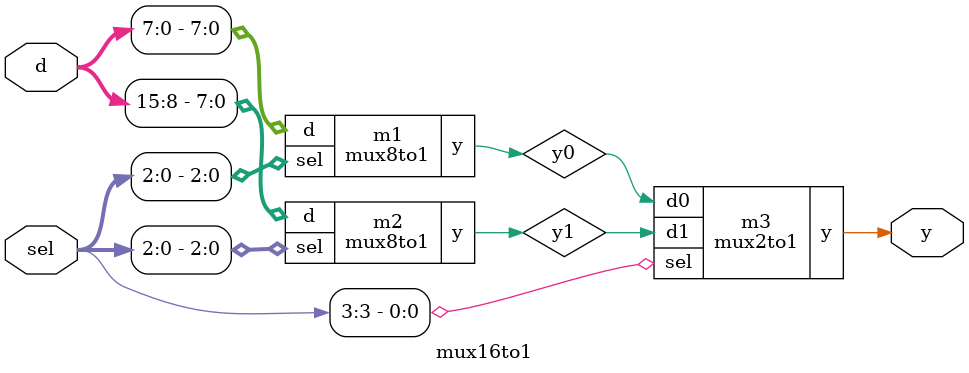
<source format=v>
module mux8to1 (
    input  wire [7:0] d,    // data inputs
    input  wire [2:0] sel,  // select line (3 bits)
    output reg  y
);
    always @(*) begin
        case (sel)
            3'b000: y = d[0];
            3'b001: y = d[1];
            3'b010: y = d[2];
            3'b011: y = d[3];
            3'b100: y = d[4];
            3'b101: y = d[5];
            3'b110: y = d[6];
            3'b111: y = d[7];
            default: y = 1'b0; // safety
        endcase
    end
endmodule

module mux2to1 (
    input  wire d0, d1, // inputs
    input  wire sel,    // select line
    output wire y
);
    assign y = sel ? d1 : d0;
endmodule

module mux16to1 (
    input  wire [15:0] d,   // 16 inputs
    input  wire [3:0]  sel, // 4-bit select
    output wire y
);
    wire y0, y1;

    // Lower 8 inputs (d[7:0])
    mux8to1 m1 (.d(d[7:0]), .sel(sel[2:0]), .y(y0));

    // Upper 8 inputs (d[15:8])
    mux8to1 m2 (.d(d[15:8]), .sel(sel[2:0]), .y(y1));

    // Final 2:1 mux decides between y0 and y1
    mux2to1 m3 (.d0(y0), .d1(y1), .sel(sel[3]), .y(y));
endmodule

</source>
